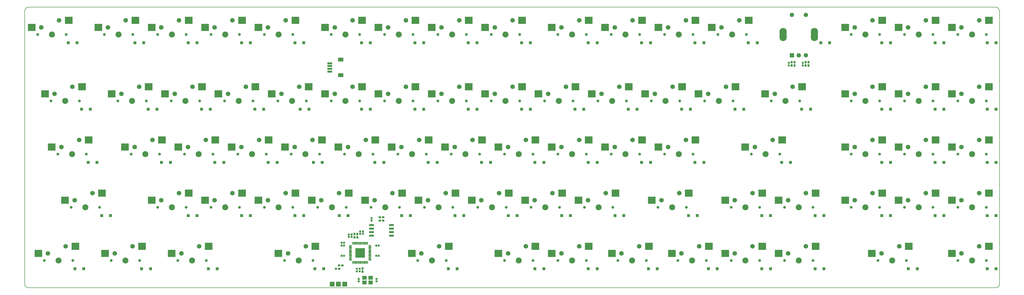
<source format=gbs>
G04*
G04 #@! TF.GenerationSoftware,Altium Limited,Altium Designer,22.5.1 (42)*
G04*
G04 Layer_Color=6684672*
%FSLAX25Y25*%
%MOIN*%
G70*
G04*
G04 #@! TF.SameCoordinates,9EC60F07-3E3A-4B4D-9C95-298153E164DB*
G04*
G04*
G04 #@! TF.FilePolarity,Negative*
G04*
G01*
G75*
%ADD11C,0.00787*%
%ADD13C,0.06496*%
%ADD14C,0.03941*%
%ADD15C,0.08441*%
G04:AMPARAMS|DCode=16|XSize=102.36mil|YSize=185.04mil|CornerRadius=51.18mil|HoleSize=0mil|Usage=FLASHONLY|Rotation=0.000|XOffset=0mil|YOffset=0mil|HoleType=Round|Shape=RoundedRectangle|*
%AMROUNDEDRECTD16*
21,1,0.10236,0.08268,0,0,0.0*
21,1,0.00000,0.18504,0,0,0.0*
1,1,0.10236,0.00000,-0.04134*
1,1,0.10236,0.00000,-0.04134*
1,1,0.10236,0.00000,0.04134*
1,1,0.10236,0.00000,0.04134*
%
%ADD16ROUNDEDRECTD16*%
%ADD17C,0.06102*%
%ADD18R,0.06102X0.06102*%
%ADD41R,0.10630X0.10433*%
%ADD42R,0.03543X0.02953*%
%ADD43R,0.04134X0.04331*%
%ADD44O,0.04035X0.01378*%
%ADD45O,0.01378X0.04035*%
%ADD46R,0.13189X0.13189*%
%ADD47R,0.06591X0.06591*%
%ADD48R,0.03110X0.02953*%
%ADD49R,0.02953X0.03543*%
%ADD50R,0.06890X0.03150*%
%ADD51R,0.06102X0.05315*%
%ADD52R,0.02953X0.03110*%
%ADD53R,0.07677X0.05315*%
%ADD54R,0.06693X0.02953*%
D11*
X1364503Y395144D02*
X1364500D01*
X1370144Y389503D02*
X1370058Y390482D01*
X1369803Y391432D01*
X1369387Y392323D01*
X1368823Y393128D01*
X1368128Y393823D01*
X1367323Y394387D01*
X1366432Y394803D01*
X1365482Y395058D01*
X1364503Y395144D01*
X1370144Y389500D02*
Y389503D01*
X1364503Y395144D02*
X1364500Y395144D01*
X1370144Y389500D02*
X1370144Y389503D01*
Y5250D02*
Y5250D01*
Y5247D02*
X1370144Y5250D01*
X1370144Y5247D02*
Y5250D01*
X1364500Y-394D02*
X1365480Y-308D01*
X1366430Y-54D01*
X1367321Y362D01*
X1368127Y926D01*
X1368822Y1621D01*
X1369387Y2426D01*
X1369803Y3318D01*
X1370058Y4267D01*
X1370144Y5247D01*
X5250Y395144D02*
X5250D01*
X5250Y395144D02*
X5247Y395144D01*
X4267Y395058D01*
X3318Y394803D01*
X2426Y394387D01*
X1621Y393822D01*
X926Y393127D01*
X362Y392321D01*
X-54Y391430D01*
X-308Y390480D01*
X-394Y389500D01*
X5250Y395144D02*
X5247D01*
X-394Y5000D02*
X-290Y3948D01*
X17Y2936D01*
X515Y2003D01*
X1186Y1186D01*
X2003Y515D01*
X2936Y17D01*
X3948Y-290D01*
X5000Y-394D01*
X5250Y395144D02*
X1364500D01*
X1370144Y5250D02*
Y389500D01*
X-394Y5000D02*
X-394Y389500D01*
X5000Y-394D02*
X1364500D01*
X5000D02*
X5000D01*
X5000D02*
X5000D01*
D13*
X1316750Y48000D02*
D03*
X1341750Y58000D02*
D03*
X1204250Y48000D02*
D03*
X1229250Y58000D02*
D03*
X1073000Y48000D02*
D03*
X1098000Y58000D02*
D03*
X998000Y48000D02*
D03*
X1023000Y58000D02*
D03*
X923000Y48000D02*
D03*
X948000Y58000D02*
D03*
X838625Y48000D02*
D03*
X863625Y58000D02*
D03*
X754250Y48000D02*
D03*
X779250Y58000D02*
D03*
X679250Y48000D02*
D03*
X704250Y58000D02*
D03*
X557375Y48000D02*
D03*
X582375Y58000D02*
D03*
X369875Y48000D02*
D03*
X394875Y58000D02*
D03*
X219875Y48000D02*
D03*
X244875Y58000D02*
D03*
X126125Y48000D02*
D03*
X151125Y58000D02*
D03*
X32375Y48000D02*
D03*
X57375Y58000D02*
D03*
X1316750Y123000D02*
D03*
X1341750Y133000D02*
D03*
X1241750Y123000D02*
D03*
X1266750Y133000D02*
D03*
X1166750Y123000D02*
D03*
X1191750Y133000D02*
D03*
X1073000Y123000D02*
D03*
X1098000Y133000D02*
D03*
X998000Y123000D02*
D03*
X1023000Y133000D02*
D03*
X894875Y123000D02*
D03*
X919875Y133000D02*
D03*
X791750Y123000D02*
D03*
X816750Y133000D02*
D03*
X716750Y123000D02*
D03*
X741750Y133000D02*
D03*
X641750Y123000D02*
D03*
X666750Y133000D02*
D03*
X566750Y123000D02*
D03*
X591750Y133000D02*
D03*
X491750Y123000D02*
D03*
X516750Y133000D02*
D03*
X416750Y123000D02*
D03*
X441750Y133000D02*
D03*
X341750Y123000D02*
D03*
X366750Y133000D02*
D03*
X266750Y123000D02*
D03*
X291750Y133000D02*
D03*
X191750Y123000D02*
D03*
X216750Y133000D02*
D03*
X69875Y123000D02*
D03*
X94875Y133000D02*
D03*
X1316750Y198000D02*
D03*
X1341750Y208000D02*
D03*
X1241750Y198000D02*
D03*
X1266750Y208000D02*
D03*
X1166750Y198000D02*
D03*
X1191750Y208000D02*
D03*
X1026125Y198000D02*
D03*
X1051125Y208000D02*
D03*
X904250Y198000D02*
D03*
X929250Y208000D02*
D03*
X829250Y198000D02*
D03*
X854250Y208000D02*
D03*
X754250Y198000D02*
D03*
X779250Y208000D02*
D03*
X679250Y198000D02*
D03*
X704250Y208000D02*
D03*
X604250Y198000D02*
D03*
X629250Y208000D02*
D03*
X529250Y198000D02*
D03*
X554250Y208000D02*
D03*
X454250Y198000D02*
D03*
X479250Y208000D02*
D03*
X379250Y198000D02*
D03*
X404250Y208000D02*
D03*
X304250Y198000D02*
D03*
X329250Y208000D02*
D03*
X229250Y198000D02*
D03*
X254250Y208000D02*
D03*
X154250Y198000D02*
D03*
X179250Y208000D02*
D03*
X51125Y198000D02*
D03*
X76125Y208000D02*
D03*
X1316750Y273000D02*
D03*
X1341750Y283000D02*
D03*
X1241750Y273000D02*
D03*
X1266750Y283000D02*
D03*
X1166750Y273000D02*
D03*
X1191750Y283000D02*
D03*
X1054250Y273000D02*
D03*
X1079250Y283000D02*
D03*
X960500Y273000D02*
D03*
X985500Y283000D02*
D03*
X885500Y273000D02*
D03*
X910500Y283000D02*
D03*
X810500Y273000D02*
D03*
X835500Y283000D02*
D03*
X735500Y273000D02*
D03*
X760500Y283000D02*
D03*
X660500Y273000D02*
D03*
X685500Y283000D02*
D03*
X585500Y273000D02*
D03*
X610500Y283000D02*
D03*
X510500Y273000D02*
D03*
X535500Y283000D02*
D03*
X435500Y273000D02*
D03*
X460500Y283000D02*
D03*
X360500Y273000D02*
D03*
X385500Y283000D02*
D03*
X285500Y273000D02*
D03*
X310500Y283000D02*
D03*
X210500Y273000D02*
D03*
X235500Y283000D02*
D03*
X135500Y273000D02*
D03*
X160500Y283000D02*
D03*
X41750Y273000D02*
D03*
X66750Y283000D02*
D03*
X1316750Y366750D02*
D03*
X1341750Y376750D02*
D03*
X1241750Y366750D02*
D03*
X1266750Y376750D02*
D03*
X1166750Y366750D02*
D03*
X1191750Y376750D02*
D03*
X979250Y366750D02*
D03*
X1004250Y376750D02*
D03*
X904250Y366750D02*
D03*
X929250Y376750D02*
D03*
X829250Y366750D02*
D03*
X854250Y376750D02*
D03*
X754250Y366750D02*
D03*
X779250Y376750D02*
D03*
X660500Y366750D02*
D03*
X685500Y376750D02*
D03*
X585500Y366750D02*
D03*
X610500Y376750D02*
D03*
X510500Y366750D02*
D03*
X535500Y376750D02*
D03*
X435500Y366750D02*
D03*
X460500Y376750D02*
D03*
X341750Y366750D02*
D03*
X366750Y376750D02*
D03*
X266750Y366750D02*
D03*
X291750Y376750D02*
D03*
X191750Y366750D02*
D03*
X216750Y376750D02*
D03*
X116750Y366750D02*
D03*
X141750Y376750D02*
D03*
X23000Y366750D02*
D03*
X48000Y376750D02*
D03*
D14*
X1351750Y38000D02*
D03*
X1311750D02*
D03*
X1239250D02*
D03*
X1199250D02*
D03*
X1108000D02*
D03*
X1068000D02*
D03*
X1033000D02*
D03*
X993000D02*
D03*
X958000D02*
D03*
X918000D02*
D03*
X873625D02*
D03*
X833625D02*
D03*
X789250D02*
D03*
X749250D02*
D03*
X714250D02*
D03*
X674250D02*
D03*
X592375D02*
D03*
X552375D02*
D03*
X404875D02*
D03*
X364875D02*
D03*
X254875D02*
D03*
X214875D02*
D03*
X161125D02*
D03*
X121125D02*
D03*
X67375D02*
D03*
X27375D02*
D03*
X1351750Y113000D02*
D03*
X1311750D02*
D03*
X1276750D02*
D03*
X1236750D02*
D03*
X1201750D02*
D03*
X1161750D02*
D03*
X1108000D02*
D03*
X1068000D02*
D03*
X1033000D02*
D03*
X993000D02*
D03*
X929875D02*
D03*
X889875D02*
D03*
X826750D02*
D03*
X786750D02*
D03*
X751750D02*
D03*
X711750D02*
D03*
X676750D02*
D03*
X636750D02*
D03*
X601750D02*
D03*
X561750D02*
D03*
X526750D02*
D03*
X486750D02*
D03*
X451750D02*
D03*
X411750D02*
D03*
X376750D02*
D03*
X336750D02*
D03*
X301750D02*
D03*
X261750D02*
D03*
X226750D02*
D03*
X186750D02*
D03*
X104875D02*
D03*
X64875D02*
D03*
X1351750Y188000D02*
D03*
X1311750D02*
D03*
X1276750D02*
D03*
X1236750D02*
D03*
X1201750D02*
D03*
X1161750D02*
D03*
X1061125D02*
D03*
X1021125D02*
D03*
X939250D02*
D03*
X899250D02*
D03*
X864250D02*
D03*
X824250D02*
D03*
X789250D02*
D03*
X749250D02*
D03*
X714250D02*
D03*
X674250D02*
D03*
X639250D02*
D03*
X599250D02*
D03*
X564250D02*
D03*
X524250D02*
D03*
X489250D02*
D03*
X449250D02*
D03*
X414250D02*
D03*
X374250D02*
D03*
X339250D02*
D03*
X299250D02*
D03*
X264250D02*
D03*
X224250D02*
D03*
X189250D02*
D03*
X149250D02*
D03*
X86125D02*
D03*
X46125D02*
D03*
X1351750Y263000D02*
D03*
X1311750D02*
D03*
X1276750D02*
D03*
X1236750D02*
D03*
X1201750D02*
D03*
X1161750D02*
D03*
X1089250D02*
D03*
X1049250D02*
D03*
X995500D02*
D03*
X955500D02*
D03*
X920500D02*
D03*
X880500D02*
D03*
X845500D02*
D03*
X805500D02*
D03*
X770500D02*
D03*
X730500D02*
D03*
X695500D02*
D03*
X655500D02*
D03*
X620500D02*
D03*
X580500D02*
D03*
X545500D02*
D03*
X505500D02*
D03*
X470500D02*
D03*
X430500D02*
D03*
X395500D02*
D03*
X355500D02*
D03*
X320500D02*
D03*
X280500D02*
D03*
X245500D02*
D03*
X205500D02*
D03*
X170500D02*
D03*
X130500D02*
D03*
X76750D02*
D03*
X36750D02*
D03*
X1351750Y356750D02*
D03*
X1311750D02*
D03*
X1276750D02*
D03*
X1236750D02*
D03*
X1201750D02*
D03*
X1161750D02*
D03*
X1014250D02*
D03*
X974250D02*
D03*
X939250D02*
D03*
X899250D02*
D03*
X864250D02*
D03*
X824250D02*
D03*
X789250D02*
D03*
X749250D02*
D03*
X695500D02*
D03*
X655500D02*
D03*
X620500D02*
D03*
X580500D02*
D03*
X545500D02*
D03*
X505500D02*
D03*
X470500D02*
D03*
X430500D02*
D03*
X376750D02*
D03*
X336750D02*
D03*
X301750D02*
D03*
X261750D02*
D03*
X226750D02*
D03*
X186750D02*
D03*
X151750D02*
D03*
X111750D02*
D03*
X58000D02*
D03*
X18000D02*
D03*
D15*
X1331750Y38000D02*
D03*
X1219250D02*
D03*
X1088000D02*
D03*
X1013000D02*
D03*
X938000D02*
D03*
X853625D02*
D03*
X769250D02*
D03*
X694250D02*
D03*
X572375D02*
D03*
X384875D02*
D03*
X234875D02*
D03*
X141125D02*
D03*
X47375D02*
D03*
X1331750Y113000D02*
D03*
X1256750D02*
D03*
X1181750D02*
D03*
X1088000D02*
D03*
X1013000D02*
D03*
X909875D02*
D03*
X806750D02*
D03*
X731750D02*
D03*
X656750D02*
D03*
X581750D02*
D03*
X506750D02*
D03*
X431750D02*
D03*
X356750D02*
D03*
X281750D02*
D03*
X206750D02*
D03*
X84875D02*
D03*
X1331750Y188000D02*
D03*
X1256750D02*
D03*
X1181750D02*
D03*
X1041125D02*
D03*
X919250D02*
D03*
X844250D02*
D03*
X769250D02*
D03*
X694250D02*
D03*
X619250D02*
D03*
X544250D02*
D03*
X469250D02*
D03*
X394250D02*
D03*
X319250D02*
D03*
X244250D02*
D03*
X169250D02*
D03*
X66125D02*
D03*
X1331750Y263000D02*
D03*
X1256750D02*
D03*
X1181750D02*
D03*
X1069250D02*
D03*
X975500D02*
D03*
X900500D02*
D03*
X825500D02*
D03*
X750500D02*
D03*
X675500D02*
D03*
X600500D02*
D03*
X525500D02*
D03*
X450500D02*
D03*
X375500D02*
D03*
X300500D02*
D03*
X225500D02*
D03*
X150500D02*
D03*
X56750D02*
D03*
X1331750Y356750D02*
D03*
X1256750D02*
D03*
X1181750D02*
D03*
X994250D02*
D03*
X919250D02*
D03*
X844250D02*
D03*
X769250D02*
D03*
X675500D02*
D03*
X600500D02*
D03*
X525500D02*
D03*
X450500D02*
D03*
X356750D02*
D03*
X281750D02*
D03*
X206750D02*
D03*
X131750D02*
D03*
X38000D02*
D03*
D16*
X1110047D02*
D03*
X1065953D02*
D03*
D17*
X1097843Y327222D02*
D03*
X1088000D02*
D03*
X1097843Y384309D02*
D03*
X1078158D02*
D03*
D18*
Y327222D02*
D03*
D41*
X1355250Y58000D02*
D03*
X1303250Y48000D02*
D03*
X1242750Y58000D02*
D03*
X1190750Y48000D02*
D03*
X1111500Y58000D02*
D03*
X1059500Y48000D02*
D03*
X1036500Y58000D02*
D03*
X984500Y48000D02*
D03*
X961500Y58000D02*
D03*
X909500Y48000D02*
D03*
X877125Y58000D02*
D03*
X825125Y48000D02*
D03*
X792750Y58000D02*
D03*
X740750Y48000D02*
D03*
X717750Y58000D02*
D03*
X665750Y48000D02*
D03*
X595875Y58000D02*
D03*
X543875Y48000D02*
D03*
X408375Y58000D02*
D03*
X356375Y48000D02*
D03*
X258375Y58000D02*
D03*
X206375Y48000D02*
D03*
X164625Y58000D02*
D03*
X112625Y48000D02*
D03*
X70875Y58000D02*
D03*
X18875Y48000D02*
D03*
X1355250Y133000D02*
D03*
X1303250Y123000D02*
D03*
X1280250Y133000D02*
D03*
X1228250Y123000D02*
D03*
X1205250Y133000D02*
D03*
X1153250Y123000D02*
D03*
X1111500Y133000D02*
D03*
X1059500Y123000D02*
D03*
X1036500Y133000D02*
D03*
X984500Y123000D02*
D03*
X933375Y133000D02*
D03*
X881375Y123000D02*
D03*
X830250Y133000D02*
D03*
X778250Y123000D02*
D03*
X755250Y133000D02*
D03*
X703250Y123000D02*
D03*
X680250Y133000D02*
D03*
X628250Y123000D02*
D03*
X605250Y133000D02*
D03*
X553250Y123000D02*
D03*
X530250Y133000D02*
D03*
X478250Y123000D02*
D03*
X455250Y133000D02*
D03*
X403250Y123000D02*
D03*
X380250Y133000D02*
D03*
X328250Y123000D02*
D03*
X305250Y133000D02*
D03*
X253250Y123000D02*
D03*
X230250Y133000D02*
D03*
X178250Y123000D02*
D03*
X108375Y133000D02*
D03*
X56375Y123000D02*
D03*
X1355250Y208000D02*
D03*
X1303250Y198000D02*
D03*
X1280250Y208000D02*
D03*
X1228250Y198000D02*
D03*
X1205250Y208000D02*
D03*
X1153250Y198000D02*
D03*
X1064625Y208000D02*
D03*
X1012625Y198000D02*
D03*
X942750Y208000D02*
D03*
X890750Y198000D02*
D03*
X867750Y208000D02*
D03*
X815750Y198000D02*
D03*
X792750Y208000D02*
D03*
X740750Y198000D02*
D03*
X717750Y208000D02*
D03*
X665750Y198000D02*
D03*
X642750Y208000D02*
D03*
X590750Y198000D02*
D03*
X567750Y208000D02*
D03*
X515750Y198000D02*
D03*
X492750Y208000D02*
D03*
X440750Y198000D02*
D03*
X417750Y208000D02*
D03*
X365750Y198000D02*
D03*
X342750Y208000D02*
D03*
X290750Y198000D02*
D03*
X267750Y208000D02*
D03*
X215750Y198000D02*
D03*
X192750Y208000D02*
D03*
X140750Y198000D02*
D03*
X89625Y208000D02*
D03*
X37625Y198000D02*
D03*
X1355250Y283000D02*
D03*
X1303250Y273000D02*
D03*
X1280250Y283000D02*
D03*
X1228250Y273000D02*
D03*
X1205250Y283000D02*
D03*
X1153250Y273000D02*
D03*
X1092750Y283000D02*
D03*
X1040750Y273000D02*
D03*
X999000Y283000D02*
D03*
X947000Y273000D02*
D03*
X924000Y283000D02*
D03*
X872000Y273000D02*
D03*
X849000Y283000D02*
D03*
X797000Y273000D02*
D03*
X774000Y283000D02*
D03*
X722000Y273000D02*
D03*
X699000Y283000D02*
D03*
X647000Y273000D02*
D03*
X624000Y283000D02*
D03*
X572000Y273000D02*
D03*
X549000Y283000D02*
D03*
X497000Y273000D02*
D03*
X474000Y283000D02*
D03*
X422000Y273000D02*
D03*
X399000Y283000D02*
D03*
X347000Y273000D02*
D03*
X324000Y283000D02*
D03*
X272000Y273000D02*
D03*
X249000Y283000D02*
D03*
X197000Y273000D02*
D03*
X174000Y283000D02*
D03*
X122000Y273000D02*
D03*
X80250Y283000D02*
D03*
X28250Y273000D02*
D03*
X1355250Y376750D02*
D03*
X1303250Y366750D02*
D03*
X1280250Y376750D02*
D03*
X1228250Y366750D02*
D03*
X1205250Y376750D02*
D03*
X1153250Y366750D02*
D03*
X1017750Y376750D02*
D03*
X965750Y366750D02*
D03*
X942750Y376750D02*
D03*
X890750Y366750D02*
D03*
X867750Y376750D02*
D03*
X815750Y366750D02*
D03*
X792750Y376750D02*
D03*
X740750Y366750D02*
D03*
X699000Y376750D02*
D03*
X647000Y366750D02*
D03*
X624000Y376750D02*
D03*
X572000Y366750D02*
D03*
X549000Y376750D02*
D03*
X497000Y366750D02*
D03*
X474000Y376750D02*
D03*
X422000Y366750D02*
D03*
X380250Y376750D02*
D03*
X328250Y366750D02*
D03*
X305250Y376750D02*
D03*
X253250Y366750D02*
D03*
X230250Y376750D02*
D03*
X178250Y366750D02*
D03*
X155250Y376750D02*
D03*
X103250Y366750D02*
D03*
X61500Y376750D02*
D03*
X9500Y366750D02*
D03*
D42*
X446264Y31000D02*
D03*
X441736D02*
D03*
X498986Y99018D02*
D03*
X503514D02*
D03*
Y94268D02*
D03*
X498986D02*
D03*
X441764Y26250D02*
D03*
X437236D02*
D03*
D43*
X454201Y101250D02*
D03*
X441799Y101250D02*
D03*
X417951Y176250D02*
D03*
X405549Y176250D02*
D03*
X399201Y251250D02*
D03*
X386799Y251250D02*
D03*
X173299Y251250D02*
D03*
X185701Y251250D02*
D03*
X60799Y345000D02*
D03*
X73201Y345000D02*
D03*
X1118799Y345000D02*
D03*
X1131201Y345000D02*
D03*
X166951D02*
D03*
X154549Y345000D02*
D03*
X1010701Y251250D02*
D03*
X998299Y251250D02*
D03*
X1104451Y251250D02*
D03*
X1092049Y251250D02*
D03*
X1216951Y251250D02*
D03*
X1204549Y251250D02*
D03*
X635701Y345000D02*
D03*
X623299Y345000D02*
D03*
X560701Y345000D02*
D03*
X548299Y345000D02*
D03*
X485701Y345000D02*
D03*
X473299Y345000D02*
D03*
X391951Y345000D02*
D03*
X379549Y345000D02*
D03*
X316951Y345000D02*
D03*
X304549Y345000D02*
D03*
X241951Y345000D02*
D03*
X229549Y345000D02*
D03*
X1048201Y101250D02*
D03*
X1035799Y101250D02*
D03*
X945201Y101250D02*
D03*
X932799Y101250D02*
D03*
X841951Y101250D02*
D03*
X829549Y101250D02*
D03*
X691951Y101250D02*
D03*
X679549Y101250D02*
D03*
X766951Y101250D02*
D03*
X754549Y101250D02*
D03*
X1365201Y345000D02*
D03*
X1352799Y345000D02*
D03*
X616951Y101250D02*
D03*
X604549Y101250D02*
D03*
X541951Y101250D02*
D03*
X529549Y101250D02*
D03*
X1291951Y345000D02*
D03*
X1279549Y345000D02*
D03*
X1216951Y345000D02*
D03*
X1204549Y345000D02*
D03*
X391951Y101250D02*
D03*
X379549Y101250D02*
D03*
X1029451Y345000D02*
D03*
X1017049Y345000D02*
D03*
X954451Y345000D02*
D03*
X942049Y345000D02*
D03*
X260701Y251250D02*
D03*
X248299Y251250D02*
D03*
X335701Y251250D02*
D03*
X323299Y251250D02*
D03*
X485701Y251250D02*
D03*
X473299Y251250D02*
D03*
X560701Y251250D02*
D03*
X548299Y251250D02*
D03*
X785701Y251250D02*
D03*
X773299Y251250D02*
D03*
X860701Y251250D02*
D03*
X848299Y251250D02*
D03*
X635701Y251250D02*
D03*
X623299Y251250D02*
D03*
X710701Y251250D02*
D03*
X698299Y251250D02*
D03*
X654451Y176250D02*
D03*
X642049Y176250D02*
D03*
X579451Y176250D02*
D03*
X567049Y176250D02*
D03*
X504451Y176250D02*
D03*
X492049Y176250D02*
D03*
X1076402Y176250D02*
D03*
X1064000Y176250D02*
D03*
X954451Y176250D02*
D03*
X942049Y176250D02*
D03*
X879451Y176250D02*
D03*
X867049Y176250D02*
D03*
X804451Y176250D02*
D03*
X792049Y176250D02*
D03*
X729451Y176250D02*
D03*
X717049Y176250D02*
D03*
X1365201Y176250D02*
D03*
X1352799Y176250D02*
D03*
X1216951Y176250D02*
D03*
X1204549Y176250D02*
D03*
X1291951Y176250D02*
D03*
X1279549Y176250D02*
D03*
X804451Y26250D02*
D03*
X792049Y26250D02*
D03*
X729451Y26250D02*
D03*
X717049Y26250D02*
D03*
X607701Y26250D02*
D03*
X595299Y26250D02*
D03*
X419951Y26250D02*
D03*
X407549Y26250D02*
D03*
X270201Y26250D02*
D03*
X257799Y26250D02*
D03*
X91951Y251250D02*
D03*
X79549Y251250D02*
D03*
X1365201Y26250D02*
D03*
X1352799Y26250D02*
D03*
X1254451Y26250D02*
D03*
X1242049Y26250D02*
D03*
X1123201Y26250D02*
D03*
X1110799Y26250D02*
D03*
X101297Y176250D02*
D03*
X88895Y176250D02*
D03*
X204451Y176250D02*
D03*
X192049Y176250D02*
D03*
X279451Y176250D02*
D03*
X267049Y176250D02*
D03*
X354451Y176250D02*
D03*
X342049Y176250D02*
D03*
X1365201Y101250D02*
D03*
X1352799Y101250D02*
D03*
X1216951Y101250D02*
D03*
X1204549Y101250D02*
D03*
X1291951Y101250D02*
D03*
X1279549Y101250D02*
D03*
X1123201Y101250D02*
D03*
X1110799Y101250D02*
D03*
X1048201Y26250D02*
D03*
X1035799Y26250D02*
D03*
X973201Y26250D02*
D03*
X960799Y26250D02*
D03*
X888951Y26250D02*
D03*
X876549Y26250D02*
D03*
X935701Y251250D02*
D03*
X923299Y251250D02*
D03*
X176451Y26250D02*
D03*
X164049Y26250D02*
D03*
X82701Y26250D02*
D03*
X70299Y26250D02*
D03*
X879451Y345000D02*
D03*
X867049Y345000D02*
D03*
X804451Y345000D02*
D03*
X792049Y345000D02*
D03*
X710701Y345000D02*
D03*
X698299Y345000D02*
D03*
X1291951Y251250D02*
D03*
X1279549Y251250D02*
D03*
X1365201Y251250D02*
D03*
X1352799Y251250D02*
D03*
X120201Y101250D02*
D03*
X107799Y101250D02*
D03*
X316951Y101250D02*
D03*
X304549Y101250D02*
D03*
X241951Y101250D02*
D03*
X229549Y101250D02*
D03*
D44*
X484784Y59003D02*
D03*
Y57428D02*
D03*
Y55853D02*
D03*
Y54279D02*
D03*
Y52704D02*
D03*
Y51129D02*
D03*
Y49554D02*
D03*
Y47980D02*
D03*
Y46405D02*
D03*
Y44830D02*
D03*
Y43255D02*
D03*
Y41680D02*
D03*
Y40106D02*
D03*
Y38531D02*
D03*
X457717D02*
D03*
Y40106D02*
D03*
Y41680D02*
D03*
Y43255D02*
D03*
Y44830D02*
D03*
Y46405D02*
D03*
Y47980D02*
D03*
Y49554D02*
D03*
Y51129D02*
D03*
Y52704D02*
D03*
Y54279D02*
D03*
Y55853D02*
D03*
Y57428D02*
D03*
Y59003D02*
D03*
D45*
X481489Y35234D02*
D03*
X479914D02*
D03*
X478339D02*
D03*
X476764D02*
D03*
X475189D02*
D03*
X473615D02*
D03*
X472040D02*
D03*
X470465D02*
D03*
X468890D02*
D03*
X467315D02*
D03*
X465740D02*
D03*
X464166D02*
D03*
X462591D02*
D03*
X461016D02*
D03*
Y62301D02*
D03*
X462591D02*
D03*
X464166D02*
D03*
X465740D02*
D03*
X467315D02*
D03*
X468890D02*
D03*
X470465D02*
D03*
X472040D02*
D03*
X473615D02*
D03*
X475189D02*
D03*
X476764D02*
D03*
X478339D02*
D03*
X479914D02*
D03*
X481489D02*
D03*
D46*
X471250Y48768D02*
D03*
D47*
X432000Y4750D02*
D03*
X440750D02*
D03*
X449500D02*
D03*
D48*
X1074000Y313018D02*
D03*
Y316482D02*
D03*
X1093750Y313018D02*
D03*
Y316482D02*
D03*
X487250Y94285D02*
D03*
Y97750D02*
D03*
X494250Y8535D02*
D03*
Y12000D02*
D03*
X469250Y12000D02*
D03*
Y8535D02*
D03*
X466500Y26250D02*
D03*
Y22785D02*
D03*
X475250Y75535D02*
D03*
Y79000D02*
D03*
X470500Y26250D02*
D03*
Y22785D02*
D03*
X471250Y75535D02*
D03*
Y79000D02*
D03*
X455250Y71285D02*
D03*
Y74750D02*
D03*
X459250Y71285D02*
D03*
Y74750D02*
D03*
D49*
X1082000Y312986D02*
D03*
Y317514D02*
D03*
X1101750Y312986D02*
D03*
Y317514D02*
D03*
X474500Y22254D02*
D03*
Y26781D02*
D03*
X467250Y70754D02*
D03*
Y75282D02*
D03*
X463250Y70754D02*
D03*
Y75282D02*
D03*
X1097750Y312986D02*
D03*
Y317514D02*
D03*
X1078000Y312986D02*
D03*
Y317514D02*
D03*
D50*
X487274Y88018D02*
D03*
Y83018D02*
D03*
Y78018D02*
D03*
Y73018D02*
D03*
X515226D02*
D03*
Y78018D02*
D03*
Y83018D02*
D03*
Y88018D02*
D03*
D51*
X486081Y6921D02*
D03*
Y13614D02*
D03*
X477419Y6921D02*
D03*
Y13614D02*
D03*
D52*
X448732Y59018D02*
D03*
X445268D02*
D03*
X448732Y44768D02*
D03*
X445268D02*
D03*
X493768Y59018D02*
D03*
X497232D02*
D03*
X493768Y44768D02*
D03*
X497232D02*
D03*
X448732Y63018D02*
D03*
X445268D02*
D03*
D53*
X443905Y321213D02*
D03*
Y299165D02*
D03*
D54*
X428650Y316094D02*
D03*
Y312158D02*
D03*
Y308221D02*
D03*
Y304283D02*
D03*
M02*

</source>
